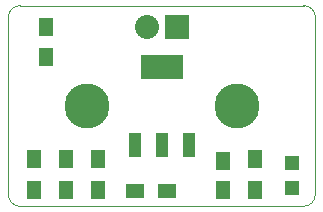
<source format=gts>
G04 #@! TF.FileFunction,Soldermask,Top*
%FSLAX46Y46*%
G04 Gerber Fmt 4.6, Leading zero omitted, Abs format (unit mm)*
G04 Created by KiCad (PCBNEW 0.201506152246+5755~23~ubuntu14.10.1-product) date Tue Jun 16 17:37:46 2015*
%MOMM*%
G01*
G04 APERTURE LIST*
%ADD10C,0.100000*%
%ADD11R,2.032000X2.032000*%
%ADD12O,2.032000X2.032000*%
%ADD13R,3.657600X2.032000*%
%ADD14R,1.016000X2.032000*%
%ADD15R,1.300000X1.500000*%
%ADD16R,1.500000X1.300000*%
%ADD17R,1.198880X1.198880*%
%ADD18R,1.250000X1.500000*%
%ADD19C,3.800000*%
G04 APERTURE END LIST*
D10*
X113000000Y-107500000D02*
X113000000Y-92500000D01*
X88000000Y-108500000D02*
X112000000Y-108500000D01*
X87000000Y-92500000D02*
X87000000Y-107500000D01*
X112000000Y-91500000D02*
X88000000Y-91500000D01*
X113000000Y-92500000D02*
G75*
G03X112000000Y-91500000I-1000000J0D01*
G01*
X112000000Y-108500000D02*
G75*
G03X113000000Y-107500000I0J1000000D01*
G01*
X87000000Y-107500000D02*
G75*
G03X88000000Y-108500000I1000000J0D01*
G01*
X88000000Y-91500000D02*
G75*
G03X87000000Y-92500000I0J-1000000D01*
G01*
D11*
X101270000Y-93300000D03*
D12*
X98730000Y-93300000D03*
D13*
X100000000Y-96698000D03*
D14*
X100000000Y-103302000D03*
X102286000Y-103302000D03*
X97714000Y-103302000D03*
D15*
X107900000Y-107150000D03*
X107900000Y-104450000D03*
X89200000Y-104450000D03*
X89200000Y-107150000D03*
X91900000Y-104450000D03*
X91900000Y-107150000D03*
X94600000Y-107150000D03*
X94600000Y-104450000D03*
D16*
X100450000Y-107200000D03*
X97750000Y-107200000D03*
D17*
X111000000Y-104850980D03*
X111000000Y-106949020D03*
D18*
X90200000Y-95850000D03*
X90200000Y-93350000D03*
X105200000Y-104650000D03*
X105200000Y-107150000D03*
D19*
X106350000Y-100000000D03*
X93650000Y-100000000D03*
M02*

</source>
